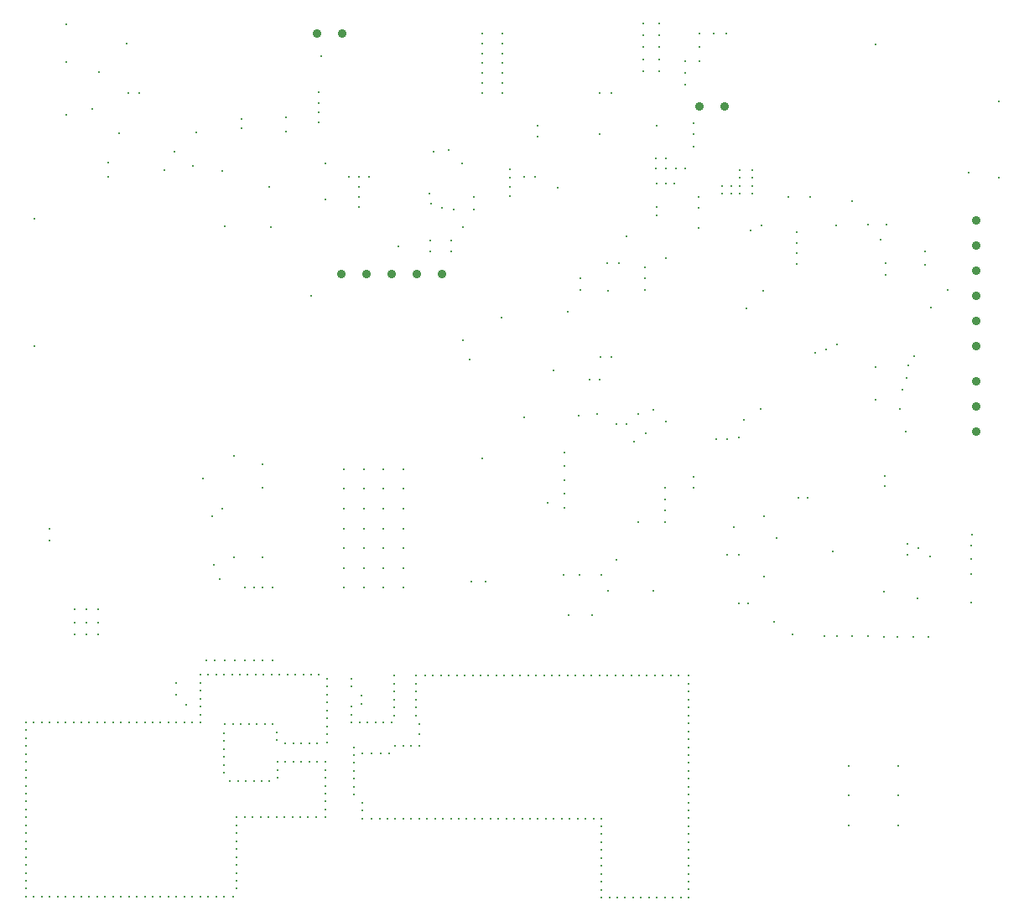
<source format=gbr>
%TF.GenerationSoftware,Altium Limited,Altium Designer,20.2.6 (244)*%
G04 Layer_Color=0*
%FSLAX45Y45*%
%MOMM*%
%TF.SameCoordinates,65E78103-6D03-462D-AAE3-041F84C347C7*%
%TF.FilePolarity,Positive*%
%TF.FileFunction,Plated,1,4,PTH,Drill*%
%TF.Part,Single*%
G01*
G75*
%TA.AperFunction,ComponentDrill*%
%ADD141C,0.90000*%
%ADD142C,0.90000*%
%TA.AperFunction,ViaDrill,NotFilled*%
%ADD143C,0.30000*%
D141*
X7140000Y8060000D02*
D03*
X6886000D02*
D03*
X3272000Y6370000D02*
D03*
X3526000D02*
D03*
X3780000D02*
D03*
X4034000D02*
D03*
X4288000D02*
D03*
X3284000Y8800000D02*
D03*
X3030000D02*
D03*
D142*
X9680000Y4776000D02*
D03*
Y5030000D02*
D03*
Y5284000D02*
D03*
Y5640000D02*
D03*
Y5894000D02*
D03*
Y6148000D02*
D03*
Y6402000D02*
D03*
Y6656000D02*
D03*
Y6910000D02*
D03*
D143*
X920000Y7500000D02*
D03*
Y7350000D02*
D03*
X2100000Y6850000D02*
D03*
X2070000Y7412500D02*
D03*
X2550000Y7250000D02*
D03*
X2560000Y6840000D02*
D03*
X1030000Y7790000D02*
D03*
X180000Y5640000D02*
D03*
Y6930000D02*
D03*
X3130000Y2200000D02*
D03*
Y2280000D02*
D03*
X3380000Y2280000D02*
D03*
X4360000Y7620000D02*
D03*
X6460000Y7050000D02*
D03*
Y6960000D02*
D03*
X2340000Y1820000D02*
D03*
X2710000Y1630000D02*
D03*
X2480000Y3510000D02*
D03*
X2190000D02*
D03*
X2300000Y3200000D02*
D03*
X2390000D02*
D03*
X4610000Y7020000D02*
D03*
Y7150000D02*
D03*
X4380000Y6600000D02*
D03*
Y6710000D02*
D03*
X4170000Y6600000D02*
D03*
X7890000Y4110000D02*
D03*
X3050000Y2320000D02*
D03*
X2970000D02*
D03*
X2890000D02*
D03*
X2810000D02*
D03*
X1930000Y2320000D02*
D03*
X2570000Y2320000D02*
D03*
X2650000D02*
D03*
X2730000D02*
D03*
X2010000D02*
D03*
X2090000D02*
D03*
X2170000D02*
D03*
X2250000D02*
D03*
X2330000D02*
D03*
X2410000D02*
D03*
X2490000D02*
D03*
X1850000Y2320000D02*
D03*
X1850000Y2240000D02*
D03*
Y2160000D02*
D03*
Y2080000D02*
D03*
Y2000000D02*
D03*
Y1920000D02*
D03*
Y1840000D02*
D03*
X1210000Y1840000D02*
D03*
X1130000D02*
D03*
X1050000D02*
D03*
X1770000D02*
D03*
X1690000D02*
D03*
X1610000D02*
D03*
X1530000D02*
D03*
X1450000D02*
D03*
X1370000D02*
D03*
X1290000D02*
D03*
X970000Y1840000D02*
D03*
X330000Y1840000D02*
D03*
X250000D02*
D03*
X170000D02*
D03*
X890000D02*
D03*
X810000D02*
D03*
X730000D02*
D03*
X650000D02*
D03*
X570000D02*
D03*
X490000D02*
D03*
X410000D02*
D03*
X90000Y1040000D02*
D03*
X90000Y1680000D02*
D03*
Y1760000D02*
D03*
Y1840000D02*
D03*
Y1120000D02*
D03*
Y1200000D02*
D03*
Y1280000D02*
D03*
Y1360000D02*
D03*
Y1440000D02*
D03*
Y1520000D02*
D03*
Y1600000D02*
D03*
X90000Y160000D02*
D03*
X90000Y800000D02*
D03*
Y880000D02*
D03*
Y960000D02*
D03*
Y240000D02*
D03*
Y320000D02*
D03*
Y400000D02*
D03*
Y480000D02*
D03*
Y560000D02*
D03*
Y640000D02*
D03*
Y720000D02*
D03*
X170000Y80000D02*
D03*
X250000D02*
D03*
X330000D02*
D03*
X90000D02*
D03*
X410000Y80000D02*
D03*
X1050000Y80000D02*
D03*
X1130000D02*
D03*
X1210000D02*
D03*
X490000D02*
D03*
X570000D02*
D03*
X650000D02*
D03*
X730000D02*
D03*
X810000D02*
D03*
X890000D02*
D03*
X970000D02*
D03*
X1290000Y80000D02*
D03*
X1930000Y80000D02*
D03*
X2010000D02*
D03*
X2090000D02*
D03*
X1370000D02*
D03*
X1450000D02*
D03*
X1530000D02*
D03*
X1610000D02*
D03*
X1690000D02*
D03*
X1770000D02*
D03*
X1850000D02*
D03*
X5880000Y2310000D02*
D03*
X6520000Y2310000D02*
D03*
X6600000D02*
D03*
X6680000D02*
D03*
X5960000D02*
D03*
X6040000D02*
D03*
X6120000D02*
D03*
X6200000D02*
D03*
X6280000D02*
D03*
X6360000D02*
D03*
X6440000D02*
D03*
X5000000Y2310000D02*
D03*
X5640000Y2310000D02*
D03*
X5720000D02*
D03*
X5800000D02*
D03*
X5080000D02*
D03*
X5160000D02*
D03*
X5240000D02*
D03*
X5320000D02*
D03*
X5400000D02*
D03*
X5480000D02*
D03*
X5560000D02*
D03*
X4120000Y2310000D02*
D03*
X4760000Y2310000D02*
D03*
X4840000D02*
D03*
X4920000D02*
D03*
X4200000D02*
D03*
X4280000D02*
D03*
X4360000D02*
D03*
X4440000D02*
D03*
X4520000D02*
D03*
X4600000D02*
D03*
X4680000D02*
D03*
X6780000Y2070000D02*
D03*
Y1990000D02*
D03*
Y1910000D02*
D03*
Y2310000D02*
D03*
Y2230000D02*
D03*
Y2150000D02*
D03*
X6780000Y1830000D02*
D03*
X6780000Y1190000D02*
D03*
Y1110000D02*
D03*
Y1030000D02*
D03*
Y1750000D02*
D03*
Y1670000D02*
D03*
Y1590000D02*
D03*
Y1510000D02*
D03*
Y1430000D02*
D03*
Y1350000D02*
D03*
Y1270000D02*
D03*
X6780006Y951222D02*
D03*
X6780007Y311222D02*
D03*
Y231222D02*
D03*
Y151222D02*
D03*
Y871222D02*
D03*
Y791222D02*
D03*
Y711222D02*
D03*
Y631222D02*
D03*
Y551222D02*
D03*
Y471222D02*
D03*
Y391222D02*
D03*
X6780000Y70000D02*
D03*
X6700000Y70000D02*
D03*
X6060000Y70000D02*
D03*
X5980000D02*
D03*
X5900000D02*
D03*
X6620000D02*
D03*
X6540000D02*
D03*
X6460000D02*
D03*
X6380000D02*
D03*
X6300000D02*
D03*
X6220000D02*
D03*
X6140000D02*
D03*
X8720000Y6720000D02*
D03*
X1120000Y8200000D02*
D03*
X3480000Y2030000D02*
D03*
Y2110000D02*
D03*
X3760000Y1530000D02*
D03*
X3670000D02*
D03*
X3580000D02*
D03*
X5420000Y5400000D02*
D03*
X7790000Y7150000D02*
D03*
X2720000Y7810000D02*
D03*
X7240000Y3810000D02*
D03*
X8760000Y4330000D02*
D03*
Y4230000D02*
D03*
X8970000Y4780000D02*
D03*
X8670000Y5100000D02*
D03*
Y5430000D02*
D03*
X7360000Y6020000D02*
D03*
X6150000Y6750000D02*
D03*
X5460000Y7240000D02*
D03*
X5120000Y7350000D02*
D03*
X5230000D02*
D03*
X4700000Y8200000D02*
D03*
Y8300000D02*
D03*
Y8400000D02*
D03*
Y8500000D02*
D03*
Y8600000D02*
D03*
Y8700000D02*
D03*
Y8800000D02*
D03*
X4900000D02*
D03*
Y8700000D02*
D03*
Y8600000D02*
D03*
Y8500000D02*
D03*
Y8400000D02*
D03*
Y8300000D02*
D03*
Y8200000D02*
D03*
X6750000Y8280000D02*
D03*
Y8400000D02*
D03*
Y8520000D02*
D03*
X6890000D02*
D03*
Y8660000D02*
D03*
Y8800000D02*
D03*
X7030000D02*
D03*
X7160000D02*
D03*
X6830000Y7890000D02*
D03*
Y7780000D02*
D03*
Y7660000D02*
D03*
X7410000Y6810000D02*
D03*
X7870000Y6470000D02*
D03*
Y6580000D02*
D03*
Y6680000D02*
D03*
Y6790000D02*
D03*
X8010000Y7150000D02*
D03*
X8430000Y7110000D02*
D03*
X9170000Y6600000D02*
D03*
X9910000Y7340000D02*
D03*
Y8110000D02*
D03*
X8670000Y8690000D02*
D03*
X6420000Y5000000D02*
D03*
X7290000Y4720000D02*
D03*
X7170000Y4700000D02*
D03*
X7060000D02*
D03*
X7340000Y4900000D02*
D03*
X8900000Y1100000D02*
D03*
X8400000D02*
D03*
Y800000D02*
D03*
X8900000D02*
D03*
Y1400000D02*
D03*
X8400000D02*
D03*
X7640000Y2860000D02*
D03*
X7830000Y2730000D02*
D03*
X8150000Y2710000D02*
D03*
X8280000D02*
D03*
X8430000D02*
D03*
X8590000D02*
D03*
X8750000Y2700000D02*
D03*
X8890000D02*
D03*
X9050000D02*
D03*
X9200000D02*
D03*
X9630000Y3050000D02*
D03*
Y3340000D02*
D03*
X8990000Y3640000D02*
D03*
X5530000Y4150000D02*
D03*
Y4290000D02*
D03*
Y4430000D02*
D03*
Y4570000D02*
D03*
X5360000Y4060000D02*
D03*
X5530000Y4010000D02*
D03*
X5900000Y3330000D02*
D03*
X5680000D02*
D03*
X5520000D02*
D03*
X5810000Y2920000D02*
D03*
X5570000D02*
D03*
X4590000Y3260000D02*
D03*
X4730000D02*
D03*
X3700000Y3400000D02*
D03*
X3500000D02*
D03*
X3300000D02*
D03*
Y3200000D02*
D03*
X3500000D02*
D03*
X3700000D02*
D03*
X3900000D02*
D03*
Y3400000D02*
D03*
Y3600000D02*
D03*
X3700000D02*
D03*
X3500000D02*
D03*
X3300000D02*
D03*
Y3800000D02*
D03*
X3500000D02*
D03*
X3700000D02*
D03*
X3900000D02*
D03*
Y4000000D02*
D03*
X3700000D02*
D03*
X3500000D02*
D03*
X3300000D02*
D03*
Y4200000D02*
D03*
X3500000D02*
D03*
X3700000D02*
D03*
X3900000D02*
D03*
Y4400000D02*
D03*
X3700000D02*
D03*
X3500000D02*
D03*
X3300000D02*
D03*
X330000Y3800000D02*
D03*
Y3680000D02*
D03*
X1610000Y2120000D02*
D03*
Y2240000D02*
D03*
X1910000Y2470000D02*
D03*
X2000000D02*
D03*
X2100000D02*
D03*
X2200000D02*
D03*
X2300000D02*
D03*
X2390000D02*
D03*
X2480000D02*
D03*
X2580000D02*
D03*
X2480000Y3200000D02*
D03*
X2580000D02*
D03*
X2070000Y4000000D02*
D03*
X2480000Y4210000D02*
D03*
Y4450000D02*
D03*
X2190000Y4530000D02*
D03*
X1880000Y4300000D02*
D03*
X4170000Y6710000D02*
D03*
X4410000Y7020000D02*
D03*
X4290000Y7040000D02*
D03*
X4890000Y5930000D02*
D03*
X5690000Y6210000D02*
D03*
Y6330000D02*
D03*
X5560000Y5990000D02*
D03*
X5120000Y4920000D02*
D03*
X5670000Y4940000D02*
D03*
X6000000Y5530000D02*
D03*
X5890000D02*
D03*
X5970000Y6200000D02*
D03*
X5960000Y6480000D02*
D03*
X6080000D02*
D03*
X6550000Y6530000D02*
D03*
X6460000Y7870000D02*
D03*
X5880000Y7780000D02*
D03*
Y8200000D02*
D03*
X6000000D02*
D03*
X5260000Y7760000D02*
D03*
Y7870000D02*
D03*
X3450000Y7050000D02*
D03*
X3550000Y7350000D02*
D03*
X3450000Y7150000D02*
D03*
Y7250000D02*
D03*
Y7350000D02*
D03*
X3350000D02*
D03*
X3050000Y7900000D02*
D03*
Y8000000D02*
D03*
Y8100000D02*
D03*
Y8210000D02*
D03*
X3070000Y8570000D02*
D03*
X1810000Y7800000D02*
D03*
X1230000Y8200000D02*
D03*
X1110000Y8700000D02*
D03*
X760001Y8040000D02*
D03*
X830000Y8410000D02*
D03*
X2270000Y7840000D02*
D03*
X2270000Y7932501D02*
D03*
X6880000Y7040000D02*
D03*
Y7150000D02*
D03*
X8770000Y6360000D02*
D03*
Y6480000D02*
D03*
X7287500Y3040000D02*
D03*
X7380000Y3040000D02*
D03*
X7540000Y3310000D02*
D03*
X7670000Y3700000D02*
D03*
X7980000Y4110000D02*
D03*
X6540000Y4210000D02*
D03*
Y4090000D02*
D03*
Y3980000D02*
D03*
Y3860000D02*
D03*
X6320000Y8420000D02*
D03*
X6480000D02*
D03*
X6320000Y8540000D02*
D03*
X6480000D02*
D03*
Y8660000D02*
D03*
X6320000D02*
D03*
Y8780000D02*
D03*
X6480000D02*
D03*
Y8900000D02*
D03*
X6320000D02*
D03*
X3810000Y2310000D02*
D03*
Y2230000D02*
D03*
Y2150000D02*
D03*
Y2070000D02*
D03*
Y1990000D02*
D03*
Y1910000D02*
D03*
X4030000Y2310000D02*
D03*
Y2230000D02*
D03*
Y2150000D02*
D03*
Y2070000D02*
D03*
Y1990000D02*
D03*
Y1910000D02*
D03*
X4060000Y1820000D02*
D03*
X3460000Y1840000D02*
D03*
X3540000D02*
D03*
X3620000D02*
D03*
X3700000D02*
D03*
X3780000D02*
D03*
X3980000Y1600000D02*
D03*
X4060000D02*
D03*
Y1720000D02*
D03*
X3490000Y1530000D02*
D03*
X3820000Y1600000D02*
D03*
X3900000D02*
D03*
X2220000Y240000D02*
D03*
Y160000D02*
D03*
X2180000Y80000D02*
D03*
X2220000Y800000D02*
D03*
Y720000D02*
D03*
Y640000D02*
D03*
Y560000D02*
D03*
Y480000D02*
D03*
Y400000D02*
D03*
Y320000D02*
D03*
X2460000Y880000D02*
D03*
X2380000D02*
D03*
X2300000D02*
D03*
X2220000D02*
D03*
X3020000D02*
D03*
X2940000D02*
D03*
X2860000D02*
D03*
X2780000D02*
D03*
X2700000D02*
D03*
X2620000D02*
D03*
X2540000D02*
D03*
X5900000Y390000D02*
D03*
Y470000D02*
D03*
Y550000D02*
D03*
Y630000D02*
D03*
Y710000D02*
D03*
Y790000D02*
D03*
Y870000D02*
D03*
Y150000D02*
D03*
Y230000D02*
D03*
Y310000D02*
D03*
X5740000Y870000D02*
D03*
X5820000D02*
D03*
X5100000D02*
D03*
X5020000D02*
D03*
X4940000D02*
D03*
X4860000D02*
D03*
X4780000D02*
D03*
X4700000D02*
D03*
X4620000D02*
D03*
X5660000D02*
D03*
X5580000D02*
D03*
X5500000D02*
D03*
X5420000D02*
D03*
X5340000D02*
D03*
X5260000D02*
D03*
X5180000D02*
D03*
X4060000D02*
D03*
X4140000D02*
D03*
X4220000D02*
D03*
X4300000D02*
D03*
X4380000D02*
D03*
X4460000D02*
D03*
X4540000D02*
D03*
X3580000D02*
D03*
X3660000D02*
D03*
X3740000D02*
D03*
X3820000D02*
D03*
X3900000D02*
D03*
X3980000D02*
D03*
X3490000Y1030000D02*
D03*
Y950000D02*
D03*
Y870000D02*
D03*
X3400000Y1110000D02*
D03*
Y1190000D02*
D03*
Y1270000D02*
D03*
Y1350000D02*
D03*
Y1430000D02*
D03*
Y1510000D02*
D03*
Y1590000D02*
D03*
X3380000Y2200000D02*
D03*
X3380000Y2000000D02*
D03*
Y1920000D02*
D03*
Y1840000D02*
D03*
X3130000Y2120000D02*
D03*
Y2040000D02*
D03*
Y1960000D02*
D03*
Y1880000D02*
D03*
Y1800000D02*
D03*
Y1720000D02*
D03*
Y1640000D02*
D03*
X3030000Y1630000D02*
D03*
X2950000D02*
D03*
X2870000D02*
D03*
X2790000D02*
D03*
X2620000Y1660000D02*
D03*
X2420000Y1820000D02*
D03*
X2500000D02*
D03*
X2580000D02*
D03*
X2620000Y1740000D02*
D03*
X2100000Y1820000D02*
D03*
X2180000D02*
D03*
X2260000D02*
D03*
X2090000Y1730000D02*
D03*
Y1650000D02*
D03*
Y1570000D02*
D03*
Y1490000D02*
D03*
Y1410000D02*
D03*
Y1330000D02*
D03*
X2150000Y1250000D02*
D03*
X2230000D02*
D03*
X2310000D02*
D03*
X2390000D02*
D03*
X2470000D02*
D03*
X2550000D02*
D03*
X2630000Y1280000D02*
D03*
Y1360000D02*
D03*
Y1440000D02*
D03*
X2710000D02*
D03*
X2790000D02*
D03*
X2870000D02*
D03*
X2950000D02*
D03*
X3030000D02*
D03*
X3110000D02*
D03*
Y1360000D02*
D03*
Y1280000D02*
D03*
Y1200000D02*
D03*
Y1120000D02*
D03*
Y1040000D02*
D03*
Y960000D02*
D03*
Y880000D02*
D03*
X1710000Y2020000D02*
D03*
X6550000Y4880000D02*
D03*
X6150000Y4850000D02*
D03*
X9610000Y7390000D02*
D03*
X6880000Y6832500D02*
D03*
X4980000Y7430000D02*
D03*
X4700000Y4510000D02*
D03*
X2050000Y3290000D02*
D03*
X7520000Y6860000D02*
D03*
X8060000Y5570000D02*
D03*
X6270000Y3860000D02*
D03*
X8280000Y5660000D02*
D03*
X8170000Y5610000D02*
D03*
X6270000Y4960000D02*
D03*
X6350000Y4760000D02*
D03*
X9230000Y6030000D02*
D03*
X9400000Y6210500D02*
D03*
X4570000Y5510000D02*
D03*
X4980000Y7160000D02*
D03*
Y7250000D02*
D03*
Y7340000D02*
D03*
X7510000Y5010000D02*
D03*
X6230000Y4680000D02*
D03*
X6050000Y4850000D02*
D03*
X5780000Y5300000D02*
D03*
X5880000D02*
D03*
X6340000Y6210000D02*
D03*
Y6330000D02*
D03*
Y6440000D02*
D03*
X7530000Y6200000D02*
D03*
X6460000Y7280000D02*
D03*
X6550000D02*
D03*
X6640000D02*
D03*
X4500000Y5700000D02*
D03*
X580000Y2730000D02*
D03*
Y2850000D02*
D03*
X700000D02*
D03*
Y2730000D02*
D03*
X820000D02*
D03*
Y2850000D02*
D03*
Y2980000D02*
D03*
X700000D02*
D03*
X580000D02*
D03*
X2970000Y6150000D02*
D03*
X2720000Y7950000D02*
D03*
X1970000Y3920000D02*
D03*
X7170000Y3530000D02*
D03*
X7290000D02*
D03*
X6830000Y4320000D02*
D03*
Y4210000D02*
D03*
X7300000Y7260000D02*
D03*
X7420000Y7340000D02*
D03*
X7300000D02*
D03*
Y7420000D02*
D03*
X7420000Y7260000D02*
D03*
Y7420000D02*
D03*
X7300000Y7180000D02*
D03*
X7420000D02*
D03*
X8270000Y6860000D02*
D03*
X9170000Y6460000D02*
D03*
X6550000Y7540000D02*
D03*
X6450000D02*
D03*
Y7440000D02*
D03*
X6550000D02*
D03*
X6650000D02*
D03*
X6750000D02*
D03*
X7120566Y7178728D02*
D03*
X7120000Y7260000D02*
D03*
X7210000Y7260000D02*
D03*
Y7180000D02*
D03*
X4490000Y7490000D02*
D03*
X4500000Y6840000D02*
D03*
X3110000Y7120000D02*
D03*
Y7490000D02*
D03*
X4180000Y7080000D02*
D03*
X4160000Y7180000D02*
D03*
X4210000Y7610000D02*
D03*
X3850000Y6650000D02*
D03*
X1590000Y7610000D02*
D03*
X1990000Y3430000D02*
D03*
X6050000Y3480000D02*
D03*
X5970000Y3170000D02*
D03*
X6420000D02*
D03*
X5860000Y4960000D02*
D03*
X500000Y7980000D02*
D03*
Y8510000D02*
D03*
Y8890000D02*
D03*
X1490000Y7420000D02*
D03*
X1780000Y7460000D02*
D03*
X9100000Y3600000D02*
D03*
X9000000Y5450000D02*
D03*
X8980000Y5320000D02*
D03*
X8910000Y5010000D02*
D03*
X9220000Y3520000D02*
D03*
X8940000Y5200000D02*
D03*
X9630000Y3490000D02*
D03*
Y3630000D02*
D03*
X8990000Y3530000D02*
D03*
X8240000Y3570000D02*
D03*
X8750001Y3160001D02*
D03*
X9090000Y3090000D02*
D03*
X7540000Y3920000D02*
D03*
X8590000Y6870000D02*
D03*
X8780000D02*
D03*
X9640000Y3740000D02*
D03*
X9060000Y5540000D02*
D03*
%TF.MD5,f292ad07b0dcae3205667c20d38c9997*%
M02*

</source>
